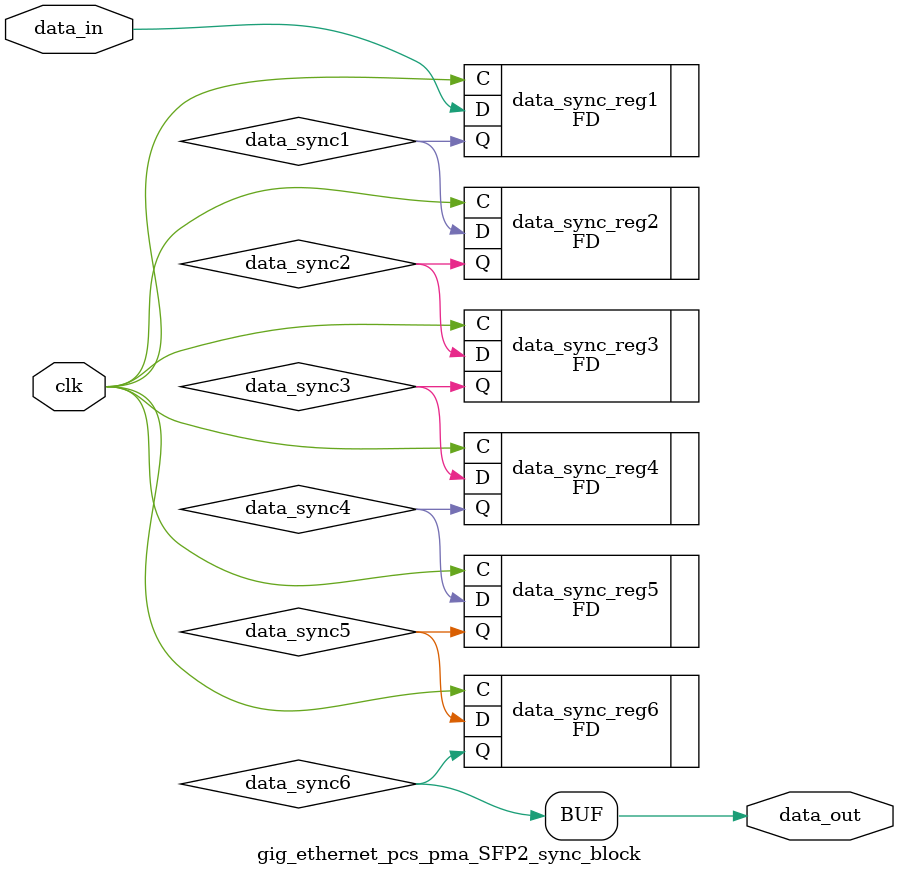
<source format=v>

`timescale 1ps / 1ps

module gig_ethernet_pcs_pma_SFP2_sync_block #(
  parameter INITIALISE = 2'b00
)
(
  input        clk,              // clock to be sync'ed to
  input        data_in,          // Data to be 'synced'
  output       data_out          // synced data
);

  // Internal Signals
  wire data_sync1;
  wire data_sync2;
  wire data_sync3;
  wire data_sync4;
  wire data_sync5;
  wire data_sync6;


  (* shreg_extract = "no", ASYNC_REG = "TRUE" *)
  FD #(
    .INIT (INITIALISE[0])
  ) data_sync_reg1 (
    .C  (clk),
    .D  (data_in),
    .Q  (data_sync1)
  );


  (* shreg_extract = "no", ASYNC_REG = "TRUE" *)
  FD #(
   .INIT (INITIALISE[1])
  ) data_sync_reg2 (
  .C  (clk),
  .D  (data_sync1),
  .Q  (data_sync2)
  );


  (* shreg_extract = "no", ASYNC_REG = "TRUE" *)
  FD #(
   .INIT (INITIALISE[1])
  ) data_sync_reg3 (
  .C  (clk),
  .D  (data_sync2),
  .Q  (data_sync3)
  );

  (* shreg_extract = "no", ASYNC_REG = "TRUE" *)
  FD #(
   .INIT (INITIALISE[1])
  ) data_sync_reg4 (
  .C  (clk),
  .D  (data_sync3),
  .Q  (data_sync4)
  );

  (* shreg_extract = "no", ASYNC_REG = "TRUE" *)
  FD #(
   .INIT (INITIALISE[1])
  ) data_sync_reg5 (
  .C  (clk),
  .D  (data_sync4),
  .Q  (data_sync5)
  );

  (* shreg_extract = "no", ASYNC_REG = "TRUE" *)
  FD #(
   .INIT (INITIALISE[1])
  ) data_sync_reg6 (
  .C  (clk),
  .D  (data_sync5),
  .Q  (data_sync6)
  );
  assign data_out = data_sync6;


endmodule



</source>
